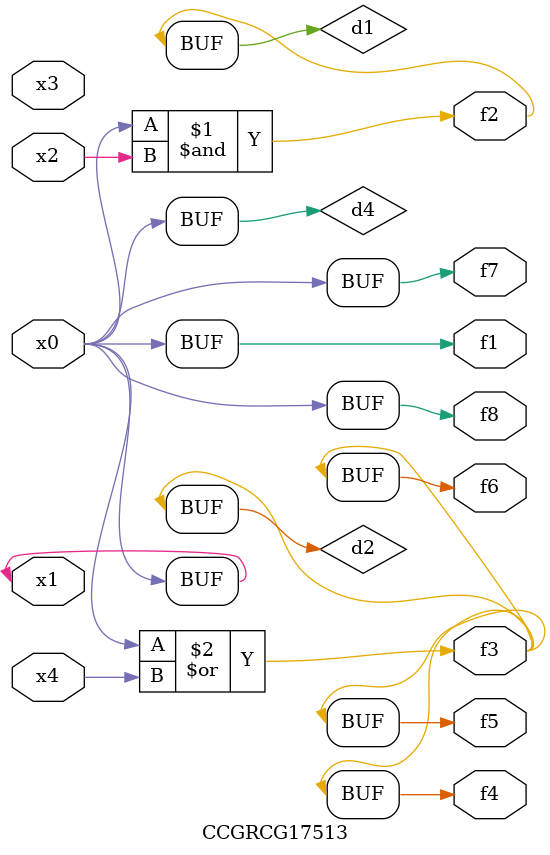
<source format=v>
module CCGRCG17513(
	input x0, x1, x2, x3, x4,
	output f1, f2, f3, f4, f5, f6, f7, f8
);

	wire d1, d2, d3, d4;

	and (d1, x0, x2);
	or (d2, x0, x4);
	nand (d3, x0, x2);
	buf (d4, x0, x1);
	assign f1 = d4;
	assign f2 = d1;
	assign f3 = d2;
	assign f4 = d2;
	assign f5 = d2;
	assign f6 = d2;
	assign f7 = d4;
	assign f8 = d4;
endmodule

</source>
